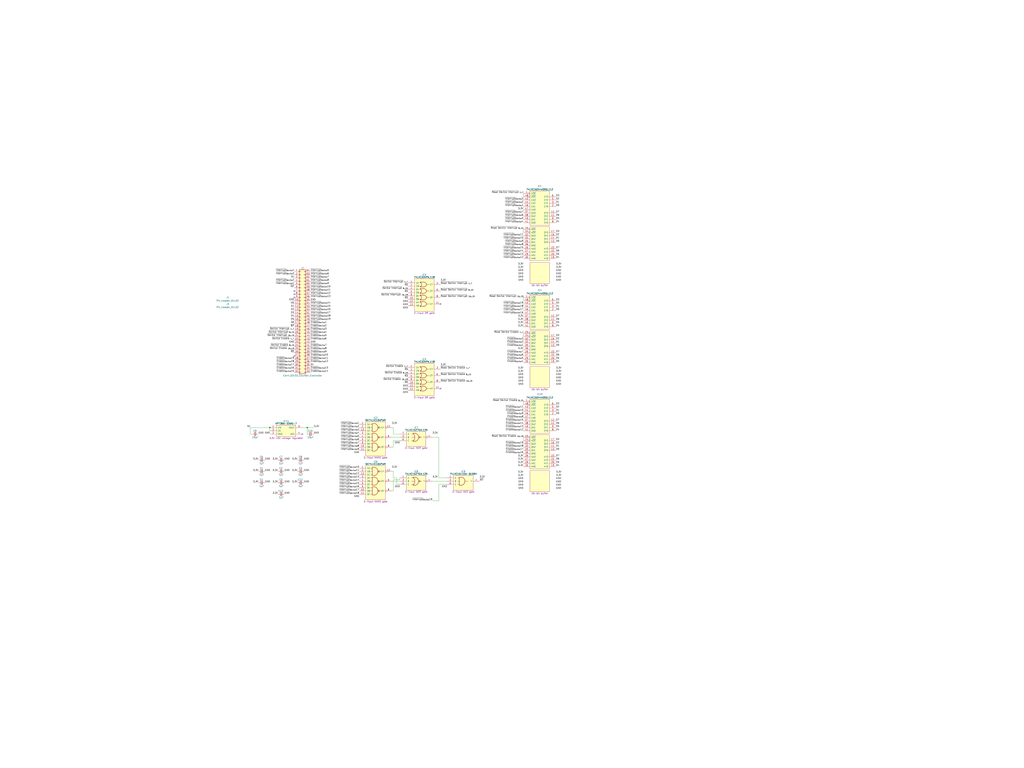
<source format=kicad_sch>
(kicad_sch (version 20230121) (generator eeschema)
  (paper "User" 799.998 599.999)
  (title_block (title "HCP65 Device Interrupts") (date "2023-12-04") (rev "V0"))
  (lib_symbols
    (symbol "Connector_Generic:Conn_02x32_Counter_Clockwise" (pin_names (offset 1.016) hide)
      (property "Reference" "J" (at 1.27 40.64 0))
      (property "Value" "Conn_02x32_Counter_Clockwise" (at 1.27 -43.18 0))
      (symbol "Conn_02x32_Counter_Clockwise_1_1"
        (pin passive line (at -5.08 38.1 0) (length 3.81) (name "Pin_1") (number "1"))
        (pin passive line (at -5.08 15.24 0) (length 3.81) (name "Pin_10") (number "10"))
        (pin passive line (at -5.08 12.7 0) (length 3.81) (name "Pin_11") (number "11"))
        (pin passive line (at -5.08 10.16 0) (length 3.81) (name "Pin_12") (number "12"))
        (pin passive line (at -5.08 7.62 0) (length 3.81) (name "Pin_13") (number "13"))
        (pin passive line (at -5.08 5.08 0) (length 3.81) (name "Pin_14") (number "14"))
        (pin passive line (at -5.08 2.54 0) (length 3.81) (name "Pin_15") (number "15"))
        (pin passive line (at -5.08 0 0) (length 3.81) (name "Pin_16") (number "16"))
        (pin passive line (at -5.08 -2.54 0) (length 3.81) (name "Pin_17") (number "17"))
        (pin passive line (at -5.08 -5.08 0) (length 3.81) (name "Pin_18") (number "18"))
        (pin passive line (at -5.08 -7.62 0) (length 3.81) (name "Pin_19") (number "19"))
        (pin passive line (at -5.08 35.56 0) (length 3.81) (name "Pin_2") (number "2"))
        (pin passive line (at -5.08 -10.16 0) (length 3.81) (name "Pin_20") (number "20"))
        (pin passive line (at -5.08 -12.7 0) (length 3.81) (name "Pin_21") (number "21"))
        (pin passive line (at -5.08 -15.24 0) (length 3.81) (name "Pin_22") (number "22"))
        (pin passive line (at -5.08 -17.78 0) (length 3.81) (name "Pin_23") (number "23"))
        (pin passive line (at -5.08 -20.32 0) (length 3.81) (name "Pin_24") (number "24"))
        (pin passive line (at -5.08 -22.86 0) (length 3.81) (name "Pin_25") (number "25"))
        (pin passive line (at -5.08 -25.4 0) (length 3.81) (name "Pin_26") (number "26"))
        (pin passive line (at -5.08 -27.94 0) (length 3.81) (name "Pin_27") (number "27"))
        (pin passive line (at -5.08 -30.48 0) (length 3.81) (name "Pin_28") (number "28"))
        (pin passive line (at -5.08 -33.02 0) (length 3.81) (name "Pin_29") (number "29"))
        (pin passive line (at -5.08 33.02 0) (length 3.81) (name "Pin_3") (number "3"))
        (pin passive line (at -5.08 -35.56 0) (length 3.81) (name "Pin_30") (number "30"))
        (pin passive line (at -5.08 -38.1 0) (length 3.81) (name "Pin_31") (number "31"))
        (pin passive line (at -5.08 -40.64 0) (length 3.81) (name "Pin_32") (number "32"))
        (pin passive line (at 7.62 -40.64 180) (length 3.81) (name "Pin_33") (number "33"))
        (pin passive line (at 7.62 -38.1 180) (length 3.81) (name "Pin_34") (number "34"))
        (pin passive line (at 7.62 -35.56 180) (length 3.81) (name "Pin_35") (number "35"))
        (pin passive line (at 7.62 -33.02 180) (length 3.81) (name "Pin_36") (number "36"))
        (pin passive line (at 7.62 -30.48 180) (length 3.81) (name "Pin_37") (number "37"))
        (pin passive line (at 7.62 -27.94 180) (length 3.81) (name "Pin_38") (number "38"))
        (pin passive line (at 7.62 -25.4 180) (length 3.81) (name "Pin_39") (number "39"))
        (pin passive line (at -5.08 30.48 0) (length 3.81) (name "Pin_4") (number "4"))
        (pin passive line (at 7.62 -22.86 180) (length 3.81) (name "Pin_40") (number "40"))
        (pin passive line (at 7.62 -20.32 180) (length 3.81) (name "Pin_41") (number "41"))
        (pin passive line (at 7.62 -17.78 180) (length 3.81) (name "Pin_42") (number "42"))
        (pin passive line (at 7.62 -15.24 180) (length 3.81) (name "Pin_43") (number "43"))
        (pin passive line (at 7.62 -12.7 180) (length 3.81) (name "Pin_44") (number "44"))
        (pin passive line (at 7.62 -10.16 180) (length 3.81) (name "Pin_45") (number "45"))
        (pin passive line (at 7.62 -7.62 180) (length 3.81) (name "Pin_46") (number "46"))
        (pin passive line (at 7.62 -5.08 180) (length 3.81) (name "Pin_47") (number "47"))
        (pin passive line (at 7.62 -2.54 180) (length 3.81) (name "Pin_48") (number "48"))
        (pin passive line (at 7.62 0 180) (length 3.81) (name "Pin_49") (number "49"))
        (pin passive line (at -5.08 27.94 0) (length 3.81) (name "Pin_5") (number "5"))
        (pin passive line (at 7.62 2.54 180) (length 3.81) (name "Pin_50") (number "50"))
        (pin passive line (at 7.62 5.08 180) (length 3.81) (name "Pin_51") (number "51"))
        (pin passive line (at 7.62 7.62 180) (length 3.81) (name "Pin_52") (number "52"))
        (pin passive line (at 7.62 10.16 180) (length 3.81) (name "Pin_53") (number "53"))
        (pin passive line (at 7.62 12.7 180) (length 3.81) (name "Pin_54") (number "54"))
        (pin passive line (at 7.62 15.24 180) (length 3.81) (name "Pin_55") (number "55"))
        (pin passive line (at 7.62 17.78 180) (length 3.81) (name "Pin_56") (number "56"))
        (pin passive line (at 7.62 20.32 180) (length 3.81) (name "Pin_57") (number "57"))
        (pin passive line (at 7.62 22.86 180) (length 3.81) (name "Pin_58") (number "58"))
        (pin passive line (at 7.62 25.4 180) (length 3.81) (name "Pin_59") (number "59"))
        (pin passive line (at -5.08 25.4 0) (length 3.81) (name "Pin_6") (number "6"))
        (pin passive line (at 7.62 27.94 180) (length 3.81) (name "Pin_60") (number "60"))
        (pin passive line (at 7.62 30.48 180) (length 3.81) (name "Pin_61") (number "61"))
        (pin passive line (at 7.62 33.02 180) (length 3.81) (name "Pin_62") (number "62"))
        (pin passive line (at 7.62 35.56 180) (length 3.81) (name "Pin_63") (number "63"))
        (pin passive line (at 7.62 38.1 180) (length 3.81) (name "Pin_64") (number "64"))
        (pin passive line (at -5.08 22.86 0) (length 3.81) (name "Pin_7") (number "7"))
        (pin passive line (at -5.08 20.32 0) (length 3.81) (name "Pin_8") (number "8"))
        (pin passive line (at -5.08 17.78 0) (length 3.81) (name "Pin_9") (number "9"))
      )
    )
    (symbol "Diodes_Inc:AP7365-33WG-7" (pin_names (offset 0.762))
      (property "Reference" "IC" (at 12.7 5.08 0))
      (property "Value" "AP7365-33WG-7" (at 12.7 3.175 0))
      (property "Description" "3.3V LDO voltage regulator" (at 12.7 -8.255 0))
      (symbol "AP7365-33WG-7_0_0"
        (pin passive line (at 0 0 0) (length 5.08) (name "VIN") (number "1"))
        (pin passive line (at 0 -5.08 0) (length 5.08) (name "GND") (number "2"))
        (pin input line (at 0 -2.54 0) (length 5.08) (name "EN") (number "3"))
        (pin passive line (at 25.4 -5.08 180) (length 5.08) (name "ADJ") (number "4"))
        (pin passive line (at 25.4 0 180) (length 5.08) (name "VOUT") (number "5"))
      )
    )
    (symbol "HCP65:C_0805" (pin_numbers hide) (pin_names (offset 0.254) hide)
      (property "Reference" "C" (at 2.286 2.54 0))
      (property "Value" "?μF" (at 2.54 -2.54 0))
      (symbol "C_0805_1_1"
        (pin passive line (at 0 0 0) (length 2.032) (name "~") (number "1"))
        (pin passive line (at 5.08 0 180) (length 2.032) (name "~") (number "2"))
      )
    )
    (symbol "HCP65:Pin_Header_01x32" (pin_names (offset 1.016) hide)
      (property "Reference" "J" (at 0 1.27 0))
      (property "Value" "Pin_Header_01x32" (at 0 -1.27 0))
    )
    (symbol "Nexperia:74LVC16244ADGG,112" (pin_names (offset 0.762))
      (property "Reference" "IC" (at 12.7 5.715 0))
      (property "Value" "74LVC16244ADGG,112" (at 12.7 3.175 0))
      (property "Description" "16-bit buffer" (at 12.7 -71.755 0))
      (symbol "74LVC16244ADGG,112_0_0"
        (pin input inverted (at 0 0 0) (length 5.08) (name "1~{OE}") (number "1"))
        (pin tri_state line (at 25.4 -17.78 180) (length 5.08) (name "2Y2") (number "11"))
        (pin tri_state line (at 25.4 -15.24 180) (length 5.08) (name "2Y3") (number "12"))
        (pin tri_state line (at 25.4 -38.1 180) (length 5.08) (name "3Y0") (number "13"))
        (pin tri_state line (at 25.4 -35.56 180) (length 5.08) (name "3Y1") (number "14"))
        (pin tri_state line (at 25.4 -33.02 180) (length 5.08) (name "3Y2") (number "16"))
        (pin tri_state line (at 25.4 -50.8 180) (length 5.08) (name "4Y0") (number "19"))
        (pin tri_state line (at 25.4 -10.16 180) (length 5.08) (name "1Y0") (number "2"))
        (pin tri_state line (at 25.4 -48.26 180) (length 5.08) (name "4Y1") (number "20"))
        (pin tri_state line (at 25.4 -45.72 180) (length 5.08) (name "4Y2") (number "22"))
        (pin tri_state line (at 25.4 -43.18 180) (length 5.08) (name "4Y3") (number "23"))
        (pin input inverted (at 0 -30.48 0) (length 5.08) (name "4~{OE}") (number "24"))
        (pin input inverted (at 0 -27.94 0) (length 5.08) (name "3~{OE}") (number "25"))
        (pin input line (at 0 -43.18 0) (length 5.08) (name "4A3") (number "26"))
        (pin input line (at 0 -45.72 0) (length 5.08) (name "4A2") (number "27"))
        (pin input line (at 0 -48.26 0) (length 5.08) (name "4A1") (number "29"))
        (pin tri_state line (at 25.4 -7.62 180) (length 5.08) (name "1Y1") (number "3"))
        (pin input line (at 0 -50.8 0) (length 5.08) (name "4A0") (number "30"))
        (pin input line (at 0 -33.02 0) (length 5.08) (name "3A3") (number "32"))
        (pin input line (at 0 -35.56 0) (length 5.08) (name "3A2") (number "33"))
        (pin input line (at 0 -38.1 0) (length 5.08) (name "3A1") (number "35"))
        (pin input line (at 0 -40.64 0) (length 5.08) (name "3A0") (number "36"))
        (pin input line (at 0 -15.24 0) (length 5.08) (name "2A3") (number "37"))
        (pin input line (at 0 -17.78 0) (length 5.08) (name "2A2") (number "38"))
        (pin input line (at 0 -20.32 0) (length 5.08) (name "2A1") (number "40"))
        (pin input line (at 0 -5.08 0) (length 5.08) (name "1A3") (number "43"))
        (pin input line (at 0 -7.62 0) (length 5.08) (name "1A2") (number "44"))
        (pin input line (at 0 -10.16 0) (length 5.08) (name "1A1") (number "46"))
        (pin input line (at 0 -12.7 0) (length 5.08) (name "1A0") (number "47"))
        (pin input inverted (at 0 -2.54 0) (length 5.08) (name "2~{OE}") (number "48"))
        (pin tri_state line (at 25.4 -5.08 180) (length 5.08) (name "1Y2") (number "5"))
        (pin tri_state line (at 25.4 -2.54 180) (length 5.08) (name "1Y3") (number "6"))
        (pin tri_state line (at 25.4 -22.86 180) (length 5.08) (name "2Y0") (number "8"))
        (pin tri_state line (at 25.4 -20.32 180) (length 5.08) (name "2Y1") (number "9"))
      )
      (symbol "74LVC16244ADGG,112_1_0"
        (pin passive line (at 0 -63.5 0) (length 5.08) hide (name "GND") (number "10"))
        (pin passive line (at 0 -66.04 0) (length 5.08) hide (name "GND") (number "15"))
        (pin tri_state line (at 25.4 -30.48 180) (length 5.08) (name "3Y3") (number "17"))
        (pin passive line (at 0 -58.42 0) (length 5.08) hide (name "3V") (number "18"))
        (pin passive line (at 0 -68.58 0) (length 5.08) hide (name "GND") (number "21"))
        (pin passive line (at 25.4 -68.58 180) (length 5.08) hide (name "GND") (number "28"))
        (pin passive line (at 25.4 -58.42 180) (length 5.08) hide (name "3V") (number "31"))
        (pin passive line (at 25.4 -66.04 180) (length 5.08) hide (name "GND") (number "34"))
        (pin passive line (at 25.4 -63.5 180) (length 5.08) hide (name "GND") (number "39"))
        (pin passive line (at 0 -60.96 0) (length 5.08) hide (name "GND") (number "4"))
        (pin input line (at 0 -22.86 0) (length 5.08) (name "2A0") (number "41"))
        (pin passive line (at 25.4 -55.88 180) (length 5.08) hide (name "3V") (number "42"))
        (pin passive line (at 25.4 -60.96 180) (length 5.08) hide (name "GND") (number "45"))
        (pin passive line (at 0 -55.88 0) (length 5.08) hide (name "3V") (number "7"))
      )
    )
    (symbol "Nexperia:74LVC1G11GW-Q100H" (pin_names (offset 0.762))
      (property "Reference" "IC" (at 12.7 5.08 0))
      (property "Value" "74LVC1G11GW-Q100H" (at 12.7 3.175 0))
      (property "Description" "3-input AND gate" (at 12.7 -10.795 0))
      (symbol "74LVC1G11GW-Q100H_0_0"
        (pin input line (at 0 0 0) (length 5.08) (name "A") (number "1"))
        (pin input line (at 0 -2.54 0) (length 5.08) (name "B") (number "3"))
        (pin output line (at 25.4 -2.54 180) (length 5.08) (name "Y") (number "4"))
        (pin input line (at 0 -5.08 0) (length 5.08) (name "C") (number "6"))
      )
      (symbol "74LVC1G11GW-Q100H_1_0"
        (pin passive line (at 0 -7.62 0) (length 5.08) hide (name "GND") (number "2"))
        (pin passive line (at 25.4 0 180) (length 5.08) hide (name "3V") (number "5"))
      )
    )
    (symbol "Nexperia:74LVC1G27GW,125" (pin_names (offset 0.762))
      (property "Reference" "IC" (at 12.7 5.08 0))
      (property "Value" "74LVC1G27GW,125" (at 12.7 3.175 0))
      (property "Description" "3-input NOR gate" (at 12.7 -10.795 0))
      (symbol "74LVC1G27GW,125_0_0"
        (pin input line (at 0 0 0) (length 5.08) (name "A") (number "1"))
        (pin passive line (at 0 -7.62 0) (length 5.08) hide (name "GND") (number "2"))
        (pin input line (at 0 -2.54 0) (length 5.08) (name "B") (number "3"))
        (pin passive line (at 25.4 0 180) (length 5.08) hide (name "3V") (number "5"))
        (pin input line (at 0 -5.08 0) (length 5.08) (name "C") (number "6"))
      )
      (symbol "74LVC1G27GW,125_1_0"
        (pin output inverted (at 25.4 -2.54 180) (length 5.08) (name "Y") (number "4"))
      )
    )
    (symbol "Nexperia:74LVC32APW,118" (pin_names (offset 0.762))
      (property "Reference" "IC" (at 12.7 6.35 0))
      (property "Value" "74LVC32APW,118" (at 12.7 4.445 0))
      (property "Description" "2-input OR gate" (at 12.7 -23.495 0))
      (symbol "74LVC32APW,118_0_0"
        (pin passive line (at 0 0 0) (length 5.08) (name "1A") (number "1"))
        (pin passive line (at 0 -12.7 0) (length 5.08) (name "3B") (number "10"))
        (pin passive line (at 25.4 -16.51 180) (length 5.08) (name "4Y") (number "11"))
        (pin passive line (at 0 -15.24 0) (length 5.08) (name "4A") (number "12"))
        (pin passive line (at 0 -17.78 0) (length 5.08) (name "4B") (number "13"))
        (pin passive line (at 25.4 1.27 180) (length 5.08) hide (name "3V") (number "14"))
        (pin passive line (at 0 -2.54 0) (length 5.08) (name "1B") (number "2"))
        (pin passive line (at 25.4 -1.27 180) (length 5.08) (name "1Y") (number "3"))
        (pin passive line (at 0 -5.08 0) (length 5.08) (name "2A") (number "4"))
        (pin passive line (at 0 -7.62 0) (length 5.08) (name "2B") (number "5"))
        (pin passive line (at 25.4 -6.35 180) (length 5.08) (name "2Y") (number "6"))
        (pin passive line (at 0 -20.32 0) (length 5.08) hide (name "GND") (number "7"))
        (pin passive line (at 25.4 -11.43 180) (length 5.08) (name "3Y") (number "8"))
        (pin passive line (at 0 -10.16 0) (length 5.08) (name "3A") (number "9"))
      )
    )
    (symbol "Texas_Instruments:SN74LVC10APWR" (pin_names (offset 0.762))
      (property "Reference" "IC" (at 12.7 5.08 0))
      (property "Value" "SN74LVC10APWR" (at 12.7 3.175 0))
      (property "Description" "3-input NAND gate" (at 12.7 -26.035 0))
      (symbol "SN74LVC10APWR_0_0"
        (pin input line (at 0 0 0) (length 5.08) (name "1A") (number "1"))
        (pin input line (at 0 -17.78 0) (length 5.08) (name "3B") (number "10"))
        (pin input line (at 0 -20.32 0) (length 5.08) (name "3C") (number "11"))
        (pin input line (at 0 -5.08 0) (length 5.08) (name "1C") (number "13"))
        (pin input line (at 0 -2.54 0) (length 5.08) (name "1B") (number "2"))
        (pin input line (at 0 -7.62 0) (length 5.08) (name "2A") (number "3"))
        (pin input line (at 0 -10.16 0) (length 5.08) (name "2B") (number "4"))
        (pin input line (at 0 -12.7 0) (length 5.08) (name "2C") (number "5"))
        (pin input line (at 0 -15.24 0) (length 5.08) (name "3A") (number "9"))
      )
      (symbol "SN74LVC10APWR_1_0"
        (pin output inverted (at 25.4 -2.54 180) (length 5.08) (name "1Y") (number "12"))
        (pin passive line (at 25.4 0 180) (length 5.08) hide (name "3V") (number "14"))
        (pin output inverted (at 25.4 -10.16 180) (length 5.08) (name "2Y") (number "6"))
        (pin passive line (at 0 -22.86 0) (length 5.08) hide (name "GND") (number "7"))
        (pin output inverted (at 25.4 -17.78 180) (length 5.08) (name "3Y") (number "8"))
      )
    )
  )
  (junction (at 240.03 334.01))
  (junction (at 210.82 334.01))
  (no_connect (at 344.17 303.53))
  (no_connect (at 229.87 227.33))
  (no_connect (at 229.87 232.41))
  (no_connect (at 229.87 278.13))
  (no_connect (at 229.87 229.87))
  (no_connect (at 236.22 339.09))
  (no_connect (at 344.17 237.49))
  (wire (pts (xy 337.82 391.16) (xy 342.9 391.16)))
  (wire (pts (xy 307.34 339.09) (xy 312.42 339.09)))
  (wire (pts (xy 307.34 373.38) (xy 309.88 373.38)))
  (wire (pts (xy 307.34 334.01) (xy 307.34 339.09)))
  (wire (pts (xy 309.88 373.38) (xy 309.88 378.46)))
  (wire (pts (xy 210.82 334.01) (xy 210.82 336.55)))
  (wire (pts (xy 408.94 232.41) (xy 408.94 234.95)))
  (wire (pts (xy 408.94 313.69) (xy 408.94 316.23)))
  (wire (pts (xy 306.07 341.63) (xy 312.42 341.63)))
  (wire (pts (xy 342.9 373.38) (xy 349.25 373.38)))
  (wire (pts (xy 195.58 334.01) (xy 195.58 339.09)))
  (wire (pts (xy 342.9 378.46) (xy 342.9 391.16)))
  (wire (pts (xy 408.94 179.07) (xy 408.94 181.61)))
  (wire (pts (xy 307.34 349.25) (xy 306.07 349.25)))
  (wire (pts (xy 236.22 334.01) (xy 240.03 334.01)))
  (wire (pts (xy 240.03 339.09) (xy 240.03 334.01)))
  (wire (pts (xy 306.07 375.92) (xy 312.42 375.92)))
  (wire (pts (xy 408.94 260.35) (xy 408.94 262.89)))
  (wire (pts (xy 337.82 341.63) (xy 342.9 341.63)))
  (wire (pts (xy 307.34 344.17) (xy 307.34 349.25)))
  (wire (pts (xy 307.34 368.3) (xy 307.34 373.38)))
  (wire (pts (xy 309.88 378.46) (xy 312.42 378.46)))
  (wire (pts (xy 306.07 368.3) (xy 307.34 368.3)))
  (wire (pts (xy 342.9 378.46) (xy 349.25 378.46)))
  (wire (pts (xy 408.94 341.63) (xy 408.94 344.17)))
  (wire (pts (xy 342.9 341.63) (xy 342.9 373.38)))
  (wire (pts (xy 312.42 344.17) (xy 307.34 344.17)))
  (wire (pts (xy 307.34 383.54) (xy 306.07 383.54)))
  (wire (pts (xy 307.34 374.65) (xy 307.34 383.54)))
  (wire (pts (xy 337.82 375.92) (xy 349.25 375.92)))
  (wire (pts (xy 408.94 151.13) (xy 408.94 153.67)))
  (wire (pts (xy 195.58 334.01) (xy 210.82 334.01)))
  (wire (pts (xy 306.07 334.01) (xy 307.34 334.01)))
  (wire (pts (xy 240.03 334.01) (xy 245.11 334.01)))
  (wire (pts (xy 195.58 339.09) (xy 196.85 339.09)))
  (wire (pts (xy 312.42 373.38) (xy 312.42 374.65)))
  (wire (pts (xy 312.42 374.65) (xy 307.34 374.65)))
  (label "GND" (at 201.93 339.09 0))
  (label "GND" (at 408.94 214.63 180))
  (label "~{Interrupt}_{Device}15" (at 242.57 240.03 0))
  (label "3.3V" (at 232.41 368.3 180))
  (label "~{Read Device Enable}_{ 8..15}" (at 344.17 293.37 0))
  (label "GND" (at 222.25 377.19 0))
  (label "~{Enable}_{Device}18" (at 229.87 283.21 180))
  (label "~{Interrupt}_{Device}6" (at 280.67 344.17 180))
  (label "GND" (at 242.57 267.97 0))
  (label "~{Enable}_{Device}2" (at 408.94 267.97 180))
  (label "~{Enable}_{Device}9" (at 242.57 275.59 0))
  (label "D3" (at 229.87 245.11 180))
  (label "GND" (at 408.94 217.17 180))
  (label "5V" (at 229.87 217.17 180))
  (label "D5" (at 229.87 250.19 180))
  (label "GND" (at 408.94 374.65 180))
  (label "GND" (at 280.67 388.62 180))
  (label "~{Interrupt}_{Device}3" (at 408.94 156.21 180))
  (label "3.3V" (at 408.94 361.95 180))
  (label "~{Read Device Enable}_{ 8..15}" (at 408.94 313.69 180))
  (label "D0" (at 434.34 323.85 0))
  (label "GND" (at 434.34 217.17 0))
  (label "GND" (at 408.94 298.45 180))
  (label "3.3V" (at 201.93 368.3 180))
  (label "3.3V" (at 408.94 273.05 180))
  (label "~{Enable}_{Device}19" (at 408.94 346.71 180))
  (label "~{Interrupt}_{Device}14" (at 408.94 196.85 180))
  (label "3.3V" (at 434.34 290.83 0))
  (label "GND" (at 408.94 293.37 180))
  (label "GND" (at 207.01 377.19 0))
  (label "~{Enable}_{Device}1" (at 408.94 270.51 180))
  (label "~{Enable}_{Device}5" (at 408.94 280.67 180))
  (label "D0" (at 434.34 189.23 0))
  (label "~{Interrupt}_{Device}17" (at 280.67 383.54 180))
  (label "D5" (at 434.34 171.45 0))
  (label "GND" (at 237.49 377.19 0))
  (label "GND" (at 408.94 295.91 180))
  (label "3.3V" (at 232.41 359.41 180))
  (label "~{Interrupt}_{Device}2" (at 408.94 158.75 180))
  (label "GND" (at 408.94 300.99 180))
  (label "~{Interrupt}_{Device}19" (at 242.57 250.19 0))
  (label "~{Interrupt}_{Device}5" (at 408.94 171.45 180))
  (label "~{Interrupt}_{Device}8" (at 280.67 349.25 180))
  (label "~{Read Device Interrupt}_{ 8..15}" (at 408.94 179.07 180))
  (label "5V" (at 242.57 285.75 0))
  (label "~{Enable}_{Device}1" (at 242.57 252.73 0))
  (label "D5" (at 434.34 252.73 0))
  (label "GND" (at 434.34 212.09 0))
  (label "D6" (at 434.34 359.41 0))
  (label "3.3V" (at 408.94 364.49 180))
  (label "3.3V" (at 408.94 290.83 180))
  (label "D6" (at 434.34 278.13 0))
  (label "~{Enable}_{Device}12" (at 408.94 336.55 180))
  (label "GND" (at 229.87 267.97 180))
  (label "~{Interrupt}_{Device}11" (at 408.94 184.15 180))
  (label "3.3V" (at 408.94 372.11 180))
  (label "~{Enable}_{Device}5" (at 242.57 262.89 0))
  (label "D6" (at 434.34 250.19 0))
  (label "~{Interrupt}_{Device}18" (at 242.57 247.65 0))
  (label "~{Enable}_{Device}10" (at 408.94 321.31 180))
  (label "3.3V" (at 344.17 285.75 0))
  (label "~{Device Interrupt}_{ 16..19}" (at 318.77 231.14 180))
  (label "D4" (at 434.34 255.27 0))
  (label "~{Interrupt}_{Device}6" (at 408.94 168.91 180))
  (label "3.3V" (at 408.94 288.29 180))
  (label "~{Interrupt}_{Device}8" (at 408.94 191.77 180))
  (label "~{Interrupt}_{Device}13" (at 280.67 373.38 180))
  (label "~{Interrupt}_{Device}16" (at 408.94 245.11 180))
  (label "GND" (at 318.77 304.8 180))
  (label "3.3V" (at 434.34 207.01 0))
  (label "GND" (at 434.34 382.27 0))
  (label "D3" (at 434.34 344.17 0))
  (label "~{Enable}_{Device}6" (at 242.57 265.43 0))
  (label "D5" (at 434.34 361.95 0))
  (label "~{Interrupt}_{Device}3" (at 280.67 336.55 180))
  (label "~{INT}" (at 374.65 375.92 0))
  (label "~{Read Device Enable}_{ 1..7}" (at 344.17 288.29 0))
  (label "3.3V" (at 434.34 209.55 0))
  (label "~{Enable}_{Device}7" (at 408.94 275.59 180))
  (label "~{Enable}_{Device}13" (at 408.94 334.01 180))
  (label "3.3V" (at 408.94 356.87 180))
  (label "~{Interrupt}_{Device}12" (at 408.94 201.93 180))
  (label "3.3V" (at 306.07 365.76 0))
  (label "~{Enable}_{Device}3" (at 242.57 257.81 0))
  (label "GND" (at 434.34 293.37 0))
  (label "~{Enable}_{Device}8" (at 408.94 326.39 180))
  (label "~{Device Enable}_{ 16..19}" (at 229.87 273.05 180))
  (label "GND" (at 434.34 298.45 0))
  (label "~{Read Device Interrupt}_{ 16..19}" (at 408.94 232.41 180))
  (label "~{Interrupt}_{Device}17" (at 242.57 245.11 0))
  (label "~{Device Enable}_{ 1..7}" (at 318.77 287.02 180))
  (label "~{Enable}_{Device}14" (at 242.57 290.83 0))
  (label "~{Read Device Interrupt}_{ 16..19}" (at 344.17 232.41 0))
  (label "3.3V" (at 408.94 250.19 180))
  (label "~{Interrupt}_{Device}10" (at 242.57 224.79 0))
  (label "~{Interrupt}_{Device}13" (at 242.57 232.41 0))
  (label "GND" (at 318.77 307.34 180))
  (label "~{Device Interrupt}_{ 1..7}" (at 229.87 257.81 180))
  (label "~{Enable}_{Device}12" (at 242.57 283.21 0))
  (label "~{Interrupt}_{Device}19" (at 408.94 237.49 180))
  (label "~{Enable}_{Device}19" (at 229.87 280.67 180))
  (label "~{Interrupt}_{Device}18" (at 408.94 240.03 180))
  (label "~{Enable}_{Device}9" (at 408.94 323.85 180))
  (label "~{Interrupt}_{Device}19" (at 337.82 391.16 180))
  (label "3.3V" (at 217.17 359.41 180))
  (label "GND" (at 318.77 302.26 180))
  (label "D0" (at 229.87 237.49 180))
  (label "D4" (at 434.34 364.49 0))
  (label "~{Read Device Enable}_{ 1..7}" (at 408.94 260.35 180))
  (label "~{Interrupt}_{Device}17" (at 408.94 242.57 180))
  (label "D7" (at 229.87 255.27 180))
  (label "~{Interrupt}_{Device}1" (at 280.67 331.47 180))
  (label "~{Enable}_{Device}14" (at 408.94 331.47 180))
  (label "D5" (at 434.34 199.39 0))
  (label "~{RD}" (at 318.77 223.52 180))
  (label "3.3V" (at 408.94 252.73 180))
  (label "D1" (at 434.34 186.69 0))
  (label "D2" (at 434.34 184.15 0))
  (label "~{Enable}_{Device}6" (at 408.94 278.13 180))
  (label "D7" (at 229.87 255.27 180))
  (label "D5" (at 434.34 280.67 0))
  (label "~{Enable}_{Device}8" (at 242.57 273.05 0))
  (label "~{Read Device Interrupt}_{ 8..15}" (at 344.17 227.33 0))
  (label "~{Enable}_{Device}11" (at 408.94 318.77 180))
  (label "3.3V" (at 245.11 334.01 0))
  (label "~{Interrupt}_{Device}10" (at 408.94 186.69 180))
  (label "~{Interrupt}_{Device}9" (at 242.57 222.25 0))
  (label "~{Enable}_{Device}4" (at 242.57 260.35 0))
  (label "D0" (at 434.34 270.51 0))
  (label "~{Read Device Enable}_{ 16..19}" (at 408.94 341.63 180))
  (label "3.3V" (at 408.94 163.83 180))
  (label "GND" (at 434.34 295.91 0))
  (label "~{Interrupt}_{Device}9" (at 408.94 189.23 180))
  (label "D0" (at 434.34 351.79 0))
  (label "D3" (at 434.34 234.95 0))
  (label "~{Device Interrupt}_{ 8..15}" (at 229.87 260.35 180))
  (label "D0" (at 434.34 161.29 0))
  (label "GND" (at 312.42 346.71 180))
  (label "~{Enable}_{Device}13" (at 242.57 288.29 0))
  (label "~{Interrupt}_{Device}10" (at 280.67 365.76 180))
  (label "3.3V" (at 408.94 209.55 180))
  (label "GND" (at 318.77 241.3 180))
  (label "~{Device Enable}_{ 8..15}" (at 229.87 270.51 180))
  (label "~{Enable}_{Device}15" (at 229.87 290.83 180))
  (label "D1" (at 434.34 158.75 0))
  (label "D2" (at 434.34 346.71 0))
  (label "~{Interrupt}_{Device}15" (at 408.94 194.31 180))
  (label "GND" (at 222.25 386.08 0))
  (label "D2" (at 434.34 156.21 0))
  (label "~{Interrupt}_{Device}16" (at 280.67 381 180))
  (label "~{Interrupt}_{Device}11" (at 280.67 368.3 180))
  (label "~{Interrupt}_{Device}7" (at 242.57 217.17 0))
  (label "3.3V" (at 201.93 359.41 180))
  (label "3.3V" (at 217.17 368.3 180))
  (label "3.3V" (at 434.34 372.11 0))
  (label "GND" (at 237.49 359.41 0))
  (label "D4" (at 434.34 201.93 0))
  (label "5V" (at 195.58 334.01 180))
  (label "GND" (at 349.25 381 180))
  (label "~{Device Enable}_{ 16..19}" (at 318.77 297.18 180))
  (label "~{Read Device Interrupt}_{ 1..7}" (at 344.17 222.25 0))
  (label "~{Device Enable}_{ 1..7}" (at 229.87 265.43 180))
  (label "~{Device Interrupt}_{ 16..19}" (at 229.87 262.89 180))
  (label "D3" (at 434.34 316.23 0))
  (label "~{Device Enable}_{ 8..15}" (at 318.77 292.1 180))
  (label "3.3V" (at 217.17 377.19 180))
  (label "~{Interrupt}_{Device}2" (at 229.87 219.71 180))
  (label "~{Interrupt}_{Device}15" (at 280.67 378.46 180))
  (label "D7" (at 434.34 328.93 0))
  (label "~{Interrupt}_{Device}6" (at 242.57 214.63 0))
  (label "D3" (at 434.34 181.61 0))
  (label "D2" (at 229.87 242.57 180))
  (label "~{Interrupt}_{Device}4" (at 280.67 339.09 180))
  (label "~{Enable}_{Device}3" (at 408.94 265.43 180))
  (label "~{Enable}_{Device}17" (at 408.94 351.79 180))
  (label "~{Device Interrupt}_{ 8..15}" (at 318.77 226.06 180))
  (label "~{Interrupt}_{Device}14" (at 280.67 375.92 180))
  (label "D4" (at 434.34 283.21 0))
  (label "~{Interrupt}_{Device}13" (at 408.94 199.39 180))
  (label "GND" (at 207.01 359.41 0))
  (label "D0" (at 434.34 242.57 0))
  (label "GND" (at 280.67 354.33 180))
  (label "GND" (at 229.87 234.95 180))
  (label "D6" (at 434.34 331.47 0))
  (label "~{Interrupt}_{Device}14" (at 242.57 237.49 0))
  (label "D7" (at 434.34 247.65 0))
  (label "~{Enable}_{Device}7" (at 242.57 270.51 0))
  (label "D6" (at 434.34 196.85 0))
  (label "~{Device Interrupt}_{ 1..7}" (at 318.77 220.98 180))
  (label "D2" (at 434.34 265.43 0))
  (label "~{Interrupt}_{Device}3" (at 229.87 214.63 180))
  (label "3.3V" (at 408.94 247.65 180))
  (label "3.3V" (at 217.17 386.08 180))
  (label "~{Interrupt}_{Device}16" (at 242.57 242.57 0))
  (label "~{Interrupt}_{Device}1" (at 408.94 161.29 180))
  (label "GND" (at 318.77 238.76 180))
  (label "GND" (at 408.94 219.71 180))
  (label "3.3V" (at 408.94 359.41 180))
  (label "~{RD}" (at 318.77 228.6 180))
  (label "D2" (at 434.34 237.49 0))
  (label "~{Read Device Interrupt}_{ 1..7}" (at 408.94 151.13 180))
  (label "~{Enable}_{Device}4" (at 408.94 283.21 180))
  (label "D4" (at 229.87 247.65 180))
  (label "D1" (at 434.34 349.25 0))
  (label "D3" (at 434.34 262.89 0))
  (label "GND" (at 312.42 381 180))
  (label "~{Enable}_{Device}2" (at 242.57 255.27 0))
  (label "D1" (at 434.34 321.31 0))
  (label "~{Interrupt}_{Device}4" (at 408.94 173.99 180))
  (label "~{Interrupt}_{Device}1" (at 229.87 222.25 180))
  (label "~{Interrupt}_{Device}4" (at 229.87 212.09 180))
  (label "GND" (at 434.34 374.65 0))
  (label "GND" (at 434.34 377.19 0))
  (label "~{Enable}_{Device}11" (at 242.57 280.67 0))
  (label "~{Enable}_{Device}17" (at 229.87 285.75 180))
  (label "3.3V" (at 232.41 377.19 180))
  (label "GND" (at 408.94 377.19 180))
  (label "D7" (at 434.34 356.87 0))
  (label "D3" (at 434.34 153.67 0))
  (label "GND" (at 207.01 368.3 0))
  (label "3.3V" (at 374.65 373.38 0))
  (label "D1" (at 229.87 240.03 180))
  (label "D6" (at 434.34 168.91 0))
  (label "~{RD}" (at 318.77 294.64 180))
  (label "GND" (at 434.34 219.71 0))
  (label "D4" (at 434.34 173.99 0))
  (label "3.3V" (at 201.93 377.19 180))
  (label "~{Interrupt}_{Device}8" (at 242.57 219.71 0))
  (label "~{Interrupt}_{Device}18" (at 280.67 386.08 180))
  (label "GND" (at 434.34 300.99 0))
  (label "D1" (at 434.34 267.97 0))
  (label "3.3V" (at 434.34 369.57 0))
  (label "D1" (at 434.34 240.03 0))
  (label "~{RD}" (at 229.87 275.59 180))
  (label "3.3V" (at 408.94 207.01 180))
  (label "GND" (at 408.94 382.27 180))
  (label "~{Interrupt}_{Device}12" (at 280.67 370.84 180))
  (label "3.3V" (at 434.34 288.29 0))
  (label "D7" (at 434.34 166.37 0))
  (label "~{RD}" (at 318.77 233.68 180))
  (label "GND" (at 222.25 368.3 0))
  (label "D4" (at 434.34 336.55 0))
  (label "~{Interrupt}_{Device}11" (at 242.57 227.33 0))
  (label "D2" (at 434.34 318.77 0))
  (label "GND" (at 408.94 212.09 180))
  (label "3.3V" (at 337.82 373.38 0))
  (label "GND" (at 245.11 339.09 0))
  (label "~{Enable}_{Device}10" (at 242.57 278.13 0))
  (label "D5" (at 434.34 334.01 0))
  (label "~{Interrupt}_{Device}5" (at 280.67 341.63 180))
  (label "~{RD}" (at 318.77 289.56 180))
  (label "GND" (at 210.82 339.09 180))
  (label "~{Read Device Enable}_{ 16..19}" (at 344.17 298.45 0))
  (label "3.3V" (at 306.07 331.47 0))
  (label "3.3V" (at 408.94 255.27 180))
  (label "GND" (at 222.25 359.41 0))
  (label "GND" (at 318.77 236.22 180))
  (label "3.3V" (at 408.94 369.57 180))
  (label "~{Enable}_{Device}15" (at 408.94 328.93 180))
  (label "~{Interrupt}_{Device}2" (at 280.67 334.01 180))
  (label "~{Interrupt}_{Device}7" (at 280.67 346.71 180))
  (label "~{Interrupt}_{Device}12" (at 242.57 229.87 0))
  (label "D7" (at 434.34 275.59 0))
  (label "GND" (at 237.49 368.3 0))
  (label "~{Enable}_{Device}16" (at 229.87 288.29 180))
  (label "GND" (at 408.94 379.73 180))
  (label "D6" (at 229.87 252.73 180))
  (label "~{Interrupt}_{Device}5" (at 242.57 212.09 0))
  (label "~{Interrupt}_{Device}7" (at 408.94 166.37 180))
  (label "GND" (at 434.34 214.63 0))
  (label "~{RD}" (at 318.77 299.72 180))
  (label "~{Enable}_{Device}18" (at 408.94 349.25 180))
  (label "3.3V" (at 337.82 339.09 0))
  (label "GND" (at 242.57 234.95 0))
  (label "~{Enable}_{Device}16" (at 408.94 354.33 180))
  (label "3.3V" (at 344.17 219.71 0))
  (label "GND" (at 434.34 379.73 0))
  (label "D7" (at 434.34 194.31 0))
  (label "~{INT}" (at 229.87 224.79 180))
  (label "~{Interrupt}_{Device}9" (at 280.67 351.79 180))
  (symbol (lib_id "Nexperia:74LVC16244ADGG,112") (at 408.94 313.69 0) (unit 1)
    (property "Reference" "IC10" (at 421.64 307.975 0))
    (property "Value" "74LVC16244ADGG,112" (at 421.64 310.515 0) (effects (font bold)))
    (property "Footprint" "74LVC16244ADGG112" (effects hide))
    (property "Datasheet" "https://assets.nexperia.com/documents/data-sheet/74LVC_LVCH16244A.pdf" (effects hide))
    (property "Description" "16-bit buffer" (at 421.64 385.445 0))
    (property "Height" "1.2" (effects hide))
    (property "Manufacturer_Name" "Nexperia" (effects hide))
    (property "Manufacturer_Part_Number" "74LVC16244ADGG,112" (effects hide))
    (property "Mouser Part Number" "771-74LVC16244DG" (effects hide))
    (property "Mouser Price/Stock" "https://www.mouser.co.uk/ProductDetail/Nexperia/74LVC16244ADGG112?qs=qAI9lz2tHCO4%252BdMkKmxvXA%3D%3D" (effects hide))
    (property "Silkscreen" "74LVC16244" (effects hide))
  )
  (symbol (lib_id "Nexperia:74LVC16244ADGG,112") (at 408.94 151.13 0) (unit 1)
    (property "Reference" "IC1" (at 421.64 145.415 0))
    (property "Value" "74LVC16244ADGG,112" (at 421.64 147.955 0) (effects (font bold)))
    (property "Footprint" "74LVC16244ADGG112" (effects hide))
    (property "Datasheet" "https://assets.nexperia.com/documents/data-sheet/74LVC_LVCH16244A.pdf" (effects hide))
    (property "Description" "16-bit buffer" (at 421.64 222.885 0))
    (property "Height" "1.2" (effects hide))
    (property "Manufacturer_Name" "Nexperia" (effects hide))
    (property "Manufacturer_Part_Number" "74LVC16244ADGG,112" (effects hide))
    (property "Mouser Part Number" "771-74LVC16244DG" (effects hide))
    (property "Mouser Price/Stock" "https://www.mouser.co.uk/ProductDetail/Nexperia/74LVC16244ADGG112?qs=qAI9lz2tHCO4%252BdMkKmxvXA%3D%3D" (effects hide))
    (property "Silkscreen" "74LVC16244" (effects hide))
  )
  (symbol (lib_id "HCP65:C_0805") (at 232.41 368.3 0) (unit 1)
    (property "Reference" "C3" (at 234.696 365.76 0))
    (property "Value" "1μF" (at 234.95 370.84 0))
    (property "Footprint" "SamacSys_Parts:C_0805" (effects hide))
  )
  (symbol (lib_id "Texas_Instruments:SN74LVC10APWR") (at 280.67 331.47 0) (unit 1)
    (property "Reference" "IC2" (at 293.37 326.39 0))
    (property "Value" "SN74LVC10APWR" (at 293.37 328.295 0) (effects (font bold)))
    (property "Footprint" "SOP65P640X120-14N" (effects hide))
    (property "Datasheet" "http://www.ti.com/lit/gpn/sn74lvc10a" (effects hide))
    (property "Description" "3-input NAND gate" (at 293.37 357.505 0))
    (property "Height" "1.2" (effects hide))
    (property "Manufacturer_Name" "Texas Instruments" (effects hide))
    (property "Manufacturer_Part_Number" "SN74LVC10APWR" (effects hide))
    (property "Mouser Part Number" "595-SN74LVC10APWR" (effects hide))
    (property "Mouser Price/Stock" "https://www.mouser.com/Search/Refine.aspx?Keyword=595-SN74LVC10APWR" (effects hide))
    (property "Silkscreen" "74LVC10" (effects hide))
  )
  (symbol (lib_id "HCP65:C_0805") (at 196.85 339.09 0) (unit 1)
    (property "Reference" "C9" (at 199.136 336.55 0))
    (property "Value" "10μF" (at 199.39 341.63 0))
    (property "Footprint" "SamacSys_Parts:C_0805" (effects hide))
  )
  (symbol (lib_id "Connector_Generic:Conn_02x32_Counter_Clockwise") (at 234.95 250.19 0) (unit 1)
    (property "Reference" "J2" (at 236.22 209.55 0))
    (property "Value" "Conn_02x32_Counter_Clockwise" (at 236.22 293.37 0))
    (property "Footprint" "SamacSys_Parts:DIP-64_Board_W22.86mm" (effects hide))
  )
  (symbol (lib_id "Nexperia:74LVC1G11GW-Q100H") (at 349.25 373.38 0) (unit 1)
    (property "Reference" "IC9" (at 361.95 368.3 0))
    (property "Value" "74LVC1G11GW-Q100H" (at 361.95 370.205 0) (effects (font bold)))
    (property "Footprint" "SamacSys_Parts:SOP65P210X110-6N" (effects hide))
    (property "Datasheet" "https://assets.nexperia.com/documents/data-sheet/74LVC1G11_Q100.pdf" (effects hide))
    (property "Description" "3-input AND gate" (at 361.95 384.175 0))
    (property "Height" "1.1" (effects hide))
    (property "Manufacturer_Name" "Nexperia" (effects hide))
    (property "Manufacturer_Part_Number" "74LVC1G11GW-Q100H" (effects hide))
    (property "Mouser Part Number" "771-74LVC1G11GWQ100H" (effects hide))
    (property "Mouser Price/Stock" "https://www.mouser.co.uk/ProductDetail/Nexperia/74LVC1G11GW-Q100H?qs=cbprxTG2Yq8FEeh2WZ6ztg%3D%3D" (effects hide))
    (property "Silkscreen" "'1G11" (effects hide))
  )
  (symbol (lib_id "Nexperia:74LVC32APW,118") (at 318.77 287.02 0) (unit 1)
    (property "Reference" "IC5" (at 331.47 280.67 0))
    (property "Value" "74LVC32APW,118" (at 331.47 282.575 0) (effects (font bold)))
    (property "Footprint" "SOP65P640X110-14N" (effects hide))
    (property "Datasheet" "https://assets.nexperia.com/documents/data-sheet/74LVC32A.pdf" (effects hide))
    (property "Description" "2-input OR gate" (at 331.47 310.515 0))
    (property "Height" "1.1" (effects hide))
    (property "Manufacturer_Name" "Nexperia" (effects hide))
    (property "Manufacturer_Part_Number" "74LVC32APW,118" (effects hide))
    (property "Mouser Part Number" "771-74LVC32APW-T" (effects hide))
    (property "Mouser Price/Stock" "https://www.mouser.com/Search/Refine.aspx?Keyword=771-74LVC32APW-T" (effects hide))
    (property "Silkscreen" "74LVC32" (effects hide))
  )
  (symbol (lib_id "HCP65:C_0805") (at 201.93 359.41 0) (unit 1)
    (property "Reference" "C6" (at 204.216 356.87 0))
    (property "Value" "1μF" (at 204.47 361.95 0))
    (property "Footprint" "SamacSys_Parts:C_0805" (effects hide))
  )
  (symbol (lib_id "Nexperia:74LVC32APW,118") (at 318.77 220.98 0) (unit 1)
    (property "Reference" "IC3" (at 331.47 214.63 0))
    (property "Value" "74LVC32APW,118" (at 331.47 216.535 0) (effects (font bold)))
    (property "Footprint" "SOP65P640X110-14N" (effects hide))
    (property "Datasheet" "https://assets.nexperia.com/documents/data-sheet/74LVC32A.pdf" (effects hide))
    (property "Description" "2-input OR gate" (at 331.47 244.475 0))
    (property "Height" "1.1" (effects hide))
    (property "Manufacturer_Name" "Nexperia" (effects hide))
    (property "Manufacturer_Part_Number" "74LVC32APW,118" (effects hide))
    (property "Mouser Part Number" "771-74LVC32APW-T" (effects hide))
    (property "Mouser Price/Stock" "https://www.mouser.com/Search/Refine.aspx?Keyword=771-74LVC32APW-T" (effects hide))
    (property "Silkscreen" "74LVC32" (effects hide))
  )
  (symbol (lib_id "Texas_Instruments:SN74LVC10APWR") (at 280.67 365.76 0) (unit 1)
    (property "Reference" "IC6" (at 293.37 360.68 0))
    (property "Value" "SN74LVC10APWR" (at 293.37 362.585 0) (effects (font bold)))
    (property "Footprint" "SOP65P640X120-14N" (effects hide))
    (property "Datasheet" "http://www.ti.com/lit/gpn/sn74lvc10a" (effects hide))
    (property "Description" "3-input NAND gate" (at 293.37 391.795 0))
    (property "Height" "1.2" (effects hide))
    (property "Manufacturer_Name" "Texas Instruments" (effects hide))
    (property "Manufacturer_Part_Number" "SN74LVC10APWR" (effects hide))
    (property "Mouser Part Number" "595-SN74LVC10APWR" (effects hide))
    (property "Mouser Price/Stock" "https://www.mouser.com/Search/Refine.aspx?Keyword=595-SN74LVC10APWR" (effects hide))
    (property "Silkscreen" "74LVC10" (effects hide))
  )
  (symbol (lib_id "Nexperia:74LVC16244ADGG,112") (at 408.94 232.41 0) (unit 1)
    (property "Reference" "IC4" (at 421.64 226.695 0))
    (property "Value" "74LVC16244ADGG,112" (at 421.64 229.235 0) (effects (font bold)))
    (property "Footprint" "74LVC16244ADGG112" (effects hide))
    (property "Datasheet" "https://assets.nexperia.com/documents/data-sheet/74LVC_LVCH16244A.pdf" (effects hide))
    (property "Description" "16-bit buffer" (at 421.64 304.165 0))
    (property "Height" "1.2" (effects hide))
    (property "Manufacturer_Name" "Nexperia" (effects hide))
    (property "Manufacturer_Part_Number" "74LVC16244ADGG,112" (effects hide))
    (property "Mouser Part Number" "771-74LVC16244DG" (effects hide))
    (property "Mouser Price/Stock" "https://www.mouser.co.uk/ProductDetail/Nexperia/74LVC16244ADGG112?qs=qAI9lz2tHCO4%252BdMkKmxvXA%3D%3D" (effects hide))
    (property "Silkscreen" "74LVC16244" (effects hide))
  )
  (symbol (lib_id "Diodes_Inc:AP7365-33WG-7") (at 210.82 334.01 0) (unit 1)
    (property "Reference" "IC11" (at 223.52 328.93 0))
    (property "Value" "AP7365-33WG-7" (at 223.52 330.835 0) (effects (font bold)))
    (property "Footprint" "SOT95P285X130-5N" (effects hide))
    (property "Datasheet" "https://componentsearchengine.com/Datasheets/1/AP7365-33WG-7.pdf" (effects hide))
    (property "Description" "3.3V LDO voltage regulator" (at 223.52 342.265 0))
    (property "Height" "1.3" (effects hide))
    (property "Manufacturer_Name" "Diodes Inc." (effects hide))
    (property "Manufacturer_Part_Number" "AP7365-33WG-7" (effects hide))
    (property "Mouser Part Number" "621-AP7365-33WG-7" (effects hide))
    (property "Mouser Price/Stock" "https://www.mouser.co.uk/ProductDetail/Diodes-Incorporated/AP7365-33WG-7?qs=abZ1nkZpTuOZFvxvoFPL0w%3D%3D" (effects hide))
    (property "Arrow Part Number" "AP7365-33WG-7" (effects hide))
    (property "Arrow Price/Stock" "https://www.arrow.com/en/products/ap7365-33wg-7/diodes-incorporated?region=nac" (effects hide))
    (property "Silkscreen" "AP7365" (effects hide))
  )
  (symbol (lib_id "HCP65:C_0805") (at 232.41 359.41 0) (unit 1)
    (property "Reference" "C8" (at 234.696 356.87 0))
    (property "Value" "1μF" (at 234.95 361.95 0))
    (property "Footprint" "SamacSys_Parts:C_0805" (effects hide))
  )
  (symbol (lib_id "HCP65:Pin_Header_01x32") (at 177.8 233.68 0) (unit 1)
    (property "Reference" "J1" (at 177.8 232.41 0))
    (property "Value" "Pin_Header_01x32" (at 177.8 234.95 0))
    (property "Footprint" "SamacSys_Parts:PinHeader_1x32_P2.54mm_Vertical" (effects hide))
  )
  (symbol (lib_id "HCP65:C_0805") (at 217.17 377.19 0) (unit 1)
    (property "Reference" "C5" (at 219.456 374.65 0))
    (property "Value" "1μF" (at 219.71 379.73 0))
    (property "Footprint" "SamacSys_Parts:C_0805" (effects hide))
  )
  (symbol (lib_id "HCP65:C_0805") (at 201.93 377.19 0) (unit 1)
    (property "Reference" "C4" (at 204.216 374.65 0))
    (property "Value" "1μF" (at 204.47 379.73 0))
    (property "Footprint" "SamacSys_Parts:C_0805" (effects hide))
  )
  (symbol (lib_id "HCP65:C_0805") (at 240.03 339.09 0) (unit 1)
    (property "Reference" "C10" (at 242.316 336.55 0))
    (property "Value" "10μF" (at 242.57 341.63 0))
    (property "Footprint" "SamacSys_Parts:C_0805" (effects hide))
  )
  (symbol (lib_id "Nexperia:74LVC1G27GW,125") (at 312.42 339.09 0) (unit 1)
    (property "Reference" "IC7" (at 325.12 334.01 0))
    (property "Value" "74LVC1G27GW,125" (at 325.12 335.915 0) (effects (font bold)))
    (property "Footprint" "SOP65P210X110-6N" (effects hide))
    (property "Datasheet" "https://assets.nexperia.com/documents/data-sheet/74LVC1G27.pdf" (effects hide))
    (property "Description" "3-input NOR gate" (at 325.12 349.885 0))
    (property "Height" "1.1" (effects hide))
    (property "Mouser Part Number" "771-74LVC1G27GW125" (effects hide))
    (property "Mouser Price/Stock" "https://www.mouser.co.uk/ProductDetail/Nexperia/74LVC1G27GW125?qs=NQoTdinTi9Fjyw3yj%2FzFLA%3D%3D" (effects hide))
    (property "Manufacturer_Name" "Nexperia" (effects hide))
    (property "Manufacturer_Part_Number" "74LVC1G27GW,125" (effects hide))
    (property "Silkscreen" "'1G27" (effects hide))
  )
  (symbol (lib_id "HCP65:C_0805") (at 217.17 368.3 0) (unit 1)
    (property "Reference" "C2" (at 219.456 365.76 0))
    (property "Value" "1μF" (at 219.71 370.84 0))
    (property "Footprint" "SamacSys_Parts:C_0805" (effects hide))
  )
  (symbol (lib_id "HCP65:C_0805") (at 232.41 377.19 0) (unit 1)
    (property "Reference" "C11" (at 234.696 374.65 0))
    (property "Value" "1μF" (at 234.95 379.73 0))
    (property "Footprint" "SamacSys_Parts:C_0805" (effects hide))
  )
  (symbol (lib_id "HCP65:C_0805") (at 217.17 359.41 0) (unit 1)
    (property "Reference" "C7" (at 219.456 356.87 0))
    (property "Value" "1μF" (at 219.71 361.95 0))
    (property "Footprint" "SamacSys_Parts:C_0805" (effects hide))
  )
  (symbol (lib_id "HCP65:Pin_Header_01x32") (at 177.8 238.76 0) (unit 1)
    (property "Reference" "J3" (at 177.8 237.49 0))
    (property "Value" "Pin_Header_01x32" (at 177.8 240.03 0))
    (property "Footprint" "SamacSys_Parts:PinHeader_1x32_P2.54mm_Vertical" (effects hide))
  )
  (symbol (lib_id "Nexperia:74LVC1G27GW,125") (at 312.42 373.38 0) (unit 1)
    (property "Reference" "IC8" (at 325.12 368.3 0))
    (property "Value" "74LVC1G27GW,125" (at 325.12 370.205 0) (effects (font bold)))
    (property "Footprint" "SOP65P210X110-6N" (effects hide))
    (property "Datasheet" "https://assets.nexperia.com/documents/data-sheet/74LVC1G27.pdf" (effects hide))
    (property "Description" "3-input NOR gate" (at 325.12 384.175 0))
    (property "Height" "1.1" (effects hide))
    (property "Mouser Part Number" "771-74LVC1G27GW125" (effects hide))
    (property "Mouser Price/Stock" "https://www.mouser.co.uk/ProductDetail/Nexperia/74LVC1G27GW125?qs=NQoTdinTi9Fjyw3yj%2FzFLA%3D%3D" (effects hide))
    (property "Manufacturer_Name" "Nexperia" (effects hide))
    (property "Manufacturer_Part_Number" "74LVC1G27GW,125" (effects hide))
    (property "Silkscreen" "'1G27" (effects hide))
  )
  (symbol (lib_id "HCP65:C_0805") (at 217.17 386.08 0) (unit 1)
    (property "Reference" "C12" (at 219.456 383.54 0))
    (property "Value" "1μF" (at 219.71 388.62 0))
    (property "Footprint" "SamacSys_Parts:C_0805" (effects hide))
  )
  (symbol (lib_id "HCP65:C_0805") (at 201.93 368.3 0) (unit 1)
    (property "Reference" "C1" (at 204.216 365.76 0))
    (property "Value" "1μF" (at 204.47 370.84 0))
    (property "Footprint" "SamacSys_Parts:C_0805" (effects hide))
  )
)
</source>
